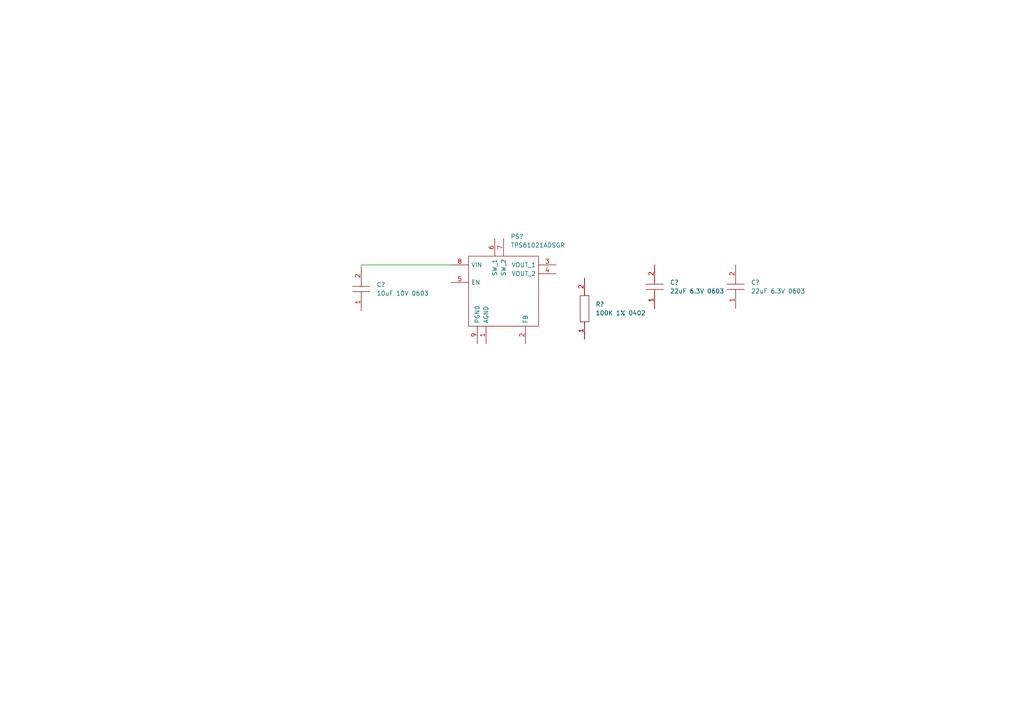
<source format=kicad_sch>
(kicad_sch (version 20211123) (generator eeschema)
  (paper "A4")
  (lib_symbols
    (symbol "my_cap:10uF 10V 0603" (pin_names (offset 0.762))
      (property "Reference" "C" (at 8.89 6.35 0))
      (property "Value" "10uF 10V 0603" (at 8.89 3.81 0))
      (symbol "10uF 10V 0603_0_0"
        (pin passive line (at 0 0 0) (length 5.08) (name "~") (number "1"))
        (pin passive line (at 12.7 0 180) (length 5.08) (name "~") (number "2"))
      )
      (symbol "10uF 10V 0603_0_1"
        (polyline (pts (xy 5.08 0) (xy 5.588 0)) (stroke (width 0.1524)))
        (polyline (pts (xy 5.588 2.54) (xy 5.588 -2.54)) (stroke (width 0.1524)))
        (polyline (pts (xy 7.112 0) (xy 7.62 0)) (stroke (width 0.1524)))
        (polyline (pts (xy 7.112 2.54) (xy 7.112 -2.54)) (stroke (width 0.1524)))
      )
    )
    (symbol "my_cap:22uF 6.3V 0603" (pin_names (offset 0.762))
      (property "Reference" "C" (at 8.89 6.35 0))
      (property "Value" "22uF 6.3V 0603" (at 8.89 3.81 0))
      (symbol "22uF 6.3V 0603_0_0"
        (pin passive line (at 0 0 0) (length 5.08) (name "~") (number "1"))
        (pin passive line (at 12.7 0 180) (length 5.08) (name "~") (number "2"))
      )
      (symbol "22uF 6.3V 0603_0_1"
        (polyline (pts (xy 5.08 0) (xy 5.588 0)) (stroke (width 0.1524)))
        (polyline (pts (xy 5.588 2.54) (xy 5.588 -2.54)) (stroke (width 0.1524)))
        (polyline (pts (xy 7.112 0) (xy 7.62 0)) (stroke (width 0.1524)))
        (polyline (pts (xy 7.112 2.54) (xy 7.112 -2.54)) (stroke (width 0.1524)))
      )
    )
    (symbol "my_res:100K 1% 0402" (pin_names (offset 0.762))
      (property "Reference" "R" (at 13.97 6.35 0))
      (property "Value" "100K 1% 0402" (at 13.97 3.81 0))
      (symbol "100K 1% 0402_0_0"
        (pin passive line (at 0 0 0) (length 5.08) (name "~") (number "1"))
        (pin passive line (at 17.78 0 180) (length 5.08) (name "~") (number "2"))
      )
      (symbol "100K 1% 0402_0_1"
        (polyline (pts (xy 5.08 1.27) (xy 12.7 1.27) (xy 12.7 -1.27) (xy 5.08 -1.27) (xy 5.08 1.27)) (stroke (width 0.1524)))
      )
    )
    (symbol "my_step_up:TPS61021ADSGR" (pin_names (offset 0.762))
      (property "Reference" "PS" (at 26.67 7.62 0))
      (property "Value" "TPS61021ADSGR" (at 26.67 5.08 0))
      (symbol "TPS61021ADSGR_0_0"
        (pin power_in line (at 10.16 -22.86 90) (length 5.08) (name "AGND") (number "1"))
        (pin input line (at 21.59 -22.86 90) (length 5.08) (name "FB") (number "2"))
        (pin power_in line (at 30.48 0 180) (length 5.08) (name "VOUT_1") (number "3"))
        (pin power_in line (at 30.48 -2.54 180) (length 5.08) (name "VOUT_2") (number "4"))
        (pin input line (at 0 -5.08 0) (length 5.08) (name "EN") (number "5"))
        (pin power_in line (at 12.7 7.62 270) (length 5.08) (name "SW_1") (number "6"))
        (pin power_in line (at 15.24 7.62 270) (length 5.08) (name "SW_2") (number "7"))
        (pin input line (at 0 0 0) (length 5.08) (name "VIN") (number "8"))
        (pin power_in line (at 7.62 -22.86 90) (length 5.08) (name "PGND") (number "9"))
      )
      (symbol "TPS61021ADSGR_0_1"
        (polyline (pts (xy 5.08 2.54) (xy 25.4 2.54) (xy 25.4 -17.78) (xy 5.08 -17.78) (xy 5.08 2.54)) (stroke (width 0.1524)))
      )
    )
  )
  (wire (pts (xy 130.81 76.835) (xy 104.775 76.835)))
  (wire (pts (xy 104.775 76.835) (xy 104.775 77.47)))
  (symbol (lib_id "my_step_up:TPS61021ADSGR") (at 130.81 76.835 0) (unit 1)
    (property "Reference" "PS?" (at 148.0694 68.58 0) (effects (justify left)))
    (property "Value" "TPS61021ADSGR" (at 148.0694 71.12 0) (effects (justify left)))
    (property "Footprint" "SON50P200X200X80-9N" (effects hide))
    (property "Datasheet" "http://www.ti.com/lit/ds/symlink/tps61021a.pdf" (effects hide))
    (property "Description" "3-A Boost Converter with 0.5-V Ultra Low Input Voltage " (effects hide))
    (property "Height" "0.8" (effects hide))
    (property "Manufacturer_Name" "Texas Instruments" (effects hide))
    (property "Manufacturer_Part_Number" "TPS61021ADSGR" (effects hide))
    (property "Mouser Part Number" "595-TPS61021ADSGR" (effects hide))
    (property "Mouser Price/Stock" "https://www.mouser.co.uk/ProductDetail/Texas-Instruments/TPS61021ADSGR?qs=osPbIpHqQ9VA%2FzqN%2FQBaxg%3D%3D" (effects hide))
    (property "Arrow Part Number" "TPS61021ADSGR" (effects hide))
    (property "Arrow Price/Stock" "https://www.arrow.com/en/products/tps61021adsgr/texas-instruments" (effects hide))
  )
  (symbol (lib_id "my_res:100K 1% 0402") (at 169.545 98.425 90) (unit 1)
    (property "Reference" "R?" (at 172.72 88.2649 90) (effects (justify right)))
    (property "Value" "100K 1% 0402" (at 172.72 90.8049 90) (effects (justify right)))
    (property "Footprint" "R_0402_1005Metric" (effects hide))
    (property "Datasheet" "https://fscdn.rohm.com/en/products/databook/datasheet/passive/resistor/chip_resistor/sfr-e.pdf" (effects hide))
    (property "Description" "Thick Film Resistors - SMD 0402 100Kohm 1% Anti-Sulfur AEC-Q200" (effects hide))
    (property "Height" "0.4" (effects hide))
    (property "Manufacturer_Name" "ROHM Semiconductor" (effects hide))
    (property "Manufacturer_Part_Number" "SFR01MZPF1003" (effects hide))
    (property "Mouser Part Number" "755-SFR01MZPF1003" (effects hide))
    (property "Mouser Price/Stock" "https://www.mouser.co.uk/ProductDetail/ROHM-Semiconductor/SFR01MZPF1003?qs=Mv7BduZupUj2RFL5gMaKTg%3D%3D" (effects hide))
  )
  (symbol (lib_id "my_cap:22uF 6.3V 0603") (at 213.36 89.535 90) (unit 1)
    (property "Reference" "C?" (at 217.805 81.9149 90) (effects (justify right)))
    (property "Value" "22uF 6.3V 0603" (at 217.805 84.4549 90) (effects (justify right)))
    (property "Footprint" "C_0603_1608Metric" (effects hide))
    (property "Datasheet" "https://psearch.en.murata.com/capacitor/product/GRM188R60J226MEA0%23.html" (effects hide))
    (property "Description" "Multilayer Ceramic Capacitors MLCC - SMD/SMT 0603 22uF 6.3volts *Derate Voltage/Temp" (effects hide))
    (property "Height" "0.9" (effects hide))
    (property "Manufacturer_Name" "Murata Electronics" (effects hide))
    (property "Manufacturer_Part_Number" "GRM188R60J226MEA0D" (effects hide))
    (property "Mouser Part Number" "81-GRM188R60J226ME0D" (effects hide))
    (property "Mouser Price/Stock" "https://www.mouser.co.uk/ProductDetail/Murata-Electronics/GRM188R60J226MEA0D?qs=p%2FZgMVRdWRkAKoLX3oNjgw%3D%3D" (effects hide))
    (property "Arrow Part Number" "GRM188R60J226MEA0D" (effects hide))
    (property "Arrow Price/Stock" "https://www.arrow.com/en/products/grm188r60j226mea0d/murata-manufacturing?region=nac" (effects hide))
  )
  (symbol (lib_id "my_cap:22uF 6.3V 0603") (at 189.865 89.535 90) (unit 1)
    (property "Reference" "C?" (at 194.31 81.9149 90) (effects (justify right)))
    (property "Value" "22uF 6.3V 0603" (at 194.31 84.4549 90) (effects (justify right)))
    (property "Footprint" "C_0603_1608Metric" (effects hide))
    (property "Datasheet" "https://psearch.en.murata.com/capacitor/product/GRM188R60J226MEA0%23.html" (effects hide))
    (property "Description" "Multilayer Ceramic Capacitors MLCC - SMD/SMT 0603 22uF 6.3volts *Derate Voltage/Temp" (effects hide))
    (property "Height" "0.9" (effects hide))
    (property "Manufacturer_Name" "Murata Electronics" (effects hide))
    (property "Manufacturer_Part_Number" "GRM188R60J226MEA0D" (effects hide))
    (property "Mouser Part Number" "81-GRM188R60J226ME0D" (effects hide))
    (property "Mouser Price/Stock" "https://www.mouser.co.uk/ProductDetail/Murata-Electronics/GRM188R60J226MEA0D?qs=p%2FZgMVRdWRkAKoLX3oNjgw%3D%3D" (effects hide))
    (property "Arrow Part Number" "GRM188R60J226MEA0D" (effects hide))
    (property "Arrow Price/Stock" "https://www.arrow.com/en/products/grm188r60j226mea0d/murata-manufacturing?region=nac" (effects hide))
  )
  (symbol (lib_id "my_cap:10uF 10V 0603") (at 104.775 90.17 90) (unit 1)
    (property "Reference" "C?" (at 109.22 82.5499 90) (effects (justify right)))
    (property "Value" "10uF 10V 0603" (at 109.22 85.0899 90) (effects (justify right)))
    (property "Footprint" "C_0603_1608Metric" (effects hide))
    (property "Datasheet" "https://datasheet.datasheetarchive.com/originals/distributors/Datasheets_SAMA/bbba3f8fe6d46f272928c3ff665d9bef.pdf" (effects hide))
    (property "Description" "Chip Capacitor value 106" (effects hide))
    (property "Height" "0.9" (effects hide))
    (property "Manufacturer_Name" "Murata Electronics" (effects hide))
    (property "Manufacturer_Part_Number" "GRM188Z71A106KA73D" (effects hide))
    (property "Mouser Part Number" "81-GRM188Z71A106KA3D" (effects hide))
    (property "Mouser Price/Stock" "https://www.mouser.co.uk/ProductDetail/Murata-Electronics/GRM188Z71A106KA73D?qs=d0WKAl%252BL4KaRM1L%252BaIs%2FqQ%3D%3D" (effects hide))
    (property "Arrow Part Number" "GRM188Z71A106KA73D" (effects hide))
    (property "Arrow Price/Stock" "https://www.arrow.com/en/products/grm188z71a106ka73d/murata-manufacturing?region=europe" (effects hide))
  )
)
</source>
